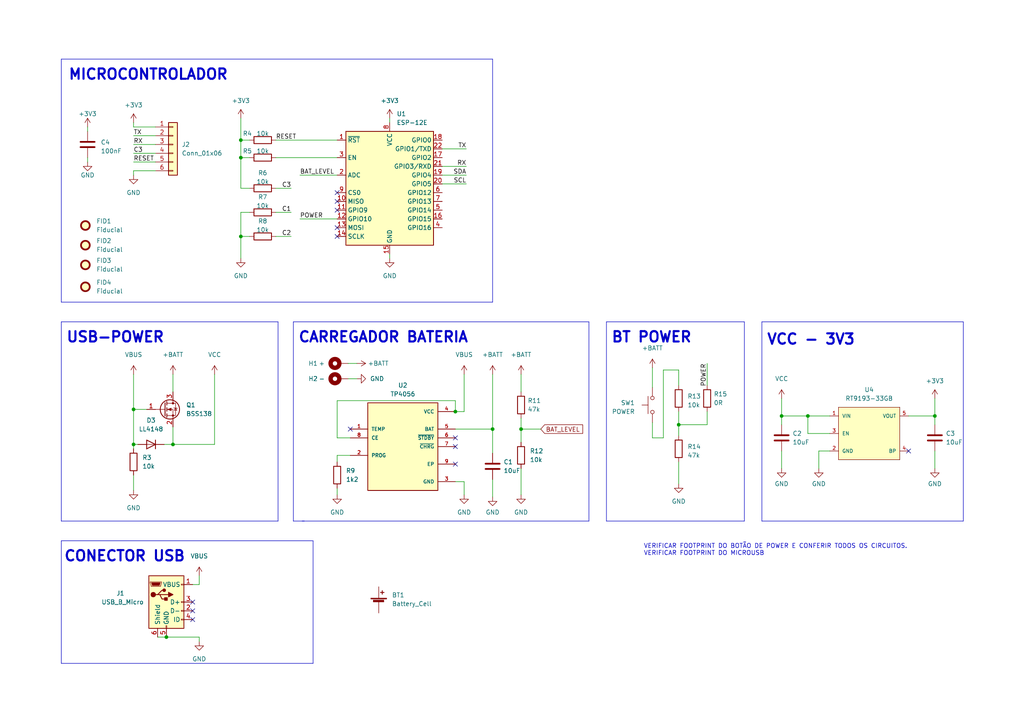
<source format=kicad_sch>
(kicad_sch (version 20230121) (generator eeschema)
  (paper "A4")
  (lib_symbols
    (symbol "Connector:USB_B_Micro" (pin_names (offset 1.016))
      (property "Reference" "J" (at -5.08 11.43 0))
      (property "Value" "USB_B_Micro" (at -5.08 8.89 0))
      (symbol "USB_B_Micro_0_1"
        (rectangle (start -5.08 -7.62) (end 5.08 7.62) (stroke (width 0.254)) (fill (type background)))
        (circle (center -3.81 2.159) (radius 0.635) (stroke (width 0.254)) (fill (type outline)))
        (circle (center -0.635 3.429) (radius 0.381) (stroke (width 0.254)) (fill (type outline)))
        (rectangle (start -0.127 -7.62) (end 0.127 -6.858))
        (polyline (pts (xy -1.905 2.159) (xy 0.635 2.159)) (stroke (width 0.254)))
        (polyline (pts (xy -3.175 2.159) (xy -2.54 2.159) (xy -1.27 3.429) (xy -0.635 3.429)) (stroke (width 0.254)))
        (polyline (pts (xy -2.54 2.159) (xy -1.905 2.159) (xy -1.27 0.889) (xy 0 0.889)) (stroke (width 0.254)))
        (polyline (pts (xy 0.635 2.794) (xy 0.635 1.524) (xy 1.905 2.159) (xy 0.635 2.794)) (stroke (width 0.254)) (fill (type outline)))
        (polyline (pts (xy -4.318 5.588) (xy -1.778 5.588) (xy -2.032 4.826) (xy -4.064 4.826) (xy -4.318 5.588)) (fill (type outline)))
        (polyline (pts (xy -4.699 5.842) (xy -4.699 5.588) (xy -4.445 4.826) (xy -4.445 4.572) (xy -1.651 4.572) (xy -1.651 4.826) (xy -1.397 5.588) (xy -1.397 5.842) (xy -4.699 5.842)))
        (rectangle (start 0.254 1.27) (end -0.508 0.508) (stroke (width 0.254)) (fill (type outline)))
        (rectangle (start 5.08 -5.207) (end 4.318 -4.953))
        (rectangle (start 5.08 -2.667) (end 4.318 -2.413))
        (rectangle (start 5.08 -0.127) (end 4.318 0.127))
        (rectangle (start 5.08 4.953) (end 4.318 5.207))
      )
      (symbol "USB_B_Micro_1_1"
        (pin power_out line (at 7.62 5.08 180) (length 2.54) (name "VBUS") (number "1"))
        (pin bidirectional line (at 7.62 -2.54 180) (length 2.54) (name "D-") (number "2"))
        (pin bidirectional line (at 7.62 0 180) (length 2.54) (name "D+") (number "3"))
        (pin passive line (at 7.62 -5.08 180) (length 2.54) (name "ID") (number "4"))
        (pin power_out line (at 0 -10.16 90) (length 2.54) (name "GND") (number "5"))
        (pin passive line (at -2.54 -10.16 90) (length 2.54) (name "Shield") (number "6"))
      )
    )
    (symbol "Connector_Generic:Conn_01x06" (pin_names (offset 1.016) hide)
      (property "Reference" "J" (at 0 7.62 0))
      (property "Value" "Conn_01x06" (at 0 -10.16 0))
      (symbol "Conn_01x06_1_1"
        (rectangle (start -1.27 -7.493) (end 0 -7.747) (stroke (width 0.1524)))
        (rectangle (start -1.27 -4.953) (end 0 -5.207) (stroke (width 0.1524)))
        (rectangle (start -1.27 -2.413) (end 0 -2.667) (stroke (width 0.1524)))
        (rectangle (start -1.27 0.127) (end 0 -0.127) (stroke (width 0.1524)))
        (rectangle (start -1.27 2.667) (end 0 2.413) (stroke (width 0.1524)))
        (rectangle (start -1.27 5.207) (end 0 4.953) (stroke (width 0.1524)))
        (rectangle (start -1.27 6.35) (end 1.27 -8.89) (stroke (width 0.254)) (fill (type background)))
        (pin passive line (at -5.08 5.08 0) (length 3.81) (name "Pin_1") (number "1"))
        (pin passive line (at -5.08 2.54 0) (length 3.81) (name "Pin_2") (number "2"))
        (pin passive line (at -5.08 0 0) (length 3.81) (name "Pin_3") (number "3"))
        (pin passive line (at -5.08 -2.54 0) (length 3.81) (name "Pin_4") (number "4"))
        (pin passive line (at -5.08 -5.08 0) (length 3.81) (name "Pin_5") (number "5"))
        (pin passive line (at -5.08 -7.62 0) (length 3.81) (name "Pin_6") (number "6"))
      )
    )
    (symbol "Device:Battery_Cell" (pin_numbers hide) (pin_names (offset 0) hide)
      (property "Reference" "BT" (at 2.54 2.54 0))
      (property "Value" "Battery_Cell" (at 2.54 0 0))
      (symbol "Battery_Cell_0_1"
        (rectangle (start -2.286 1.778) (end 2.286 1.524) (fill (type outline)))
        (rectangle (start -1.5748 1.1938) (end 1.4732 0.6858) (fill (type outline)))
        (polyline (pts (xy 0 0.762) (xy 0 0)))
        (polyline (pts (xy 0 1.778) (xy 0 2.54)))
        (polyline (pts (xy 0.508 3.429) (xy 1.524 3.429)) (stroke (width 0.254)))
        (polyline (pts (xy 1.016 3.937) (xy 1.016 2.921)) (stroke (width 0.254)))
      )
      (symbol "Battery_Cell_1_1"
        (pin passive line (at 0 5.08 270) (length 2.54) (name "+") (number "1"))
        (pin passive line (at 0 -2.54 90) (length 2.54) (name "-") (number "2"))
      )
    )
    (symbol "Device:C" (pin_numbers hide) (pin_names (offset 0.254))
      (property "Reference" "C" (at 0.635 2.54 0))
      (property "Value" "C" (at 0.635 -2.54 0))
      (symbol "C_0_1"
        (polyline (pts (xy -2.032 -0.762) (xy 2.032 -0.762)) (stroke (width 0.508)))
        (polyline (pts (xy -2.032 0.762) (xy 2.032 0.762)) (stroke (width 0.508)))
      )
      (symbol "C_1_1"
        (pin passive line (at 0 3.81 270) (length 2.794) (name "~") (number "1"))
        (pin passive line (at 0 -3.81 90) (length 2.794) (name "~") (number "2"))
      )
    )
    (symbol "Device:R" (pin_numbers hide) (pin_names (offset 0))
      (property "Reference" "R" (at 2.032 0 90))
      (property "Value" "R" (at 0 0 90))
      (symbol "R_0_1"
        (rectangle (start -1.016 -2.54) (end 1.016 2.54) (stroke (width 0.254)))
      )
      (symbol "R_1_1"
        (pin passive line (at 0 3.81 270) (length 1.27) (name "~") (number "1"))
        (pin passive line (at 0 -3.81 90) (length 1.27) (name "~") (number "2"))
      )
    )
    (symbol "Diode:LL4148" (pin_numbers hide) (pin_names (offset 1.016) hide)
      (property "Reference" "D" (at 0 2.54 0))
      (property "Value" "LL4148" (at 0 -2.54 0))
      (symbol "LL4148_0_1"
        (polyline (pts (xy -1.27 1.27) (xy -1.27 -1.27)) (stroke (width 0.254)))
        (polyline (pts (xy 1.27 0) (xy -1.27 0)))
        (polyline (pts (xy 1.27 1.27) (xy 1.27 -1.27) (xy -1.27 0) (xy 1.27 1.27)) (stroke (width 0.254)))
      )
      (symbol "LL4148_1_1"
        (pin passive line (at -3.81 0 0) (length 2.54) (name "K") (number "1"))
        (pin passive line (at 3.81 0 180) (length 2.54) (name "A") (number "2"))
      )
    )
    (symbol "Mechanical:Fiducial"
      (property "Reference" "FID" (at 0 5.08 0))
      (property "Value" "Fiducial" (at 0 3.175 0))
      (symbol "Fiducial_0_1"
        (circle (center 0 0) (radius 1.27) (stroke (width 0.508)) (fill (type background)))
      )
    )
    (symbol "Mechanical:MountingHole_Pad" (pin_numbers hide) (pin_names (offset 1.016) hide)
      (property "Reference" "H" (at 0 6.35 0))
      (property "Value" "MountingHole_Pad" (at 0 4.445 0))
      (symbol "MountingHole_Pad_0_1"
        (circle (center 0 1.27) (radius 1.27) (stroke (width 1.27)))
      )
      (symbol "MountingHole_Pad_1_1"
        (pin input line (at 0 -2.54 90) (length 2.54) (name "1") (number "1"))
      )
    )
    (symbol "RF_Module:ESP-12E"
      (property "Reference" "U" (at -12.7 19.05 0))
      (property "Value" "ESP-12E" (at 12.7 19.05 0))
      (symbol "ESP-12E_0_1"
        (rectangle (start -12.7 17.78) (end 12.7 -15.24) (stroke (width 0.254)) (fill (type background)))
      )
      (symbol "ESP-12E_1_1"
        (pin input line (at -15.24 15.24 0) (length 2.54) (name "~{RST}") (number "1"))
        (pin bidirectional line (at -15.24 -2.54 0) (length 2.54) (name "MISO") (number "10"))
        (pin bidirectional line (at -15.24 -5.08 0) (length 2.54) (name "GPIO9") (number "11"))
        (pin bidirectional line (at -15.24 -7.62 0) (length 2.54) (name "GPIO10") (number "12"))
        (pin bidirectional line (at -15.24 -10.16 0) (length 2.54) (name "MOSI") (number "13"))
        (pin bidirectional line (at -15.24 -12.7 0) (length 2.54) (name "SCLK") (number "14"))
        (pin power_in line (at 0 -17.78 90) (length 2.54) (name "GND") (number "15"))
        (pin bidirectional line (at 15.24 -7.62 180) (length 2.54) (name "GPIO15") (number "16"))
        (pin bidirectional line (at 15.24 10.16 180) (length 2.54) (name "GPIO2") (number "17"))
        (pin bidirectional line (at 15.24 15.24 180) (length 2.54) (name "GPIO0") (number "18"))
        (pin bidirectional line (at 15.24 5.08 180) (length 2.54) (name "GPIO4") (number "19"))
        (pin input line (at -15.24 5.08 0) (length 2.54) (name "ADC") (number "2"))
        (pin bidirectional line (at 15.24 2.54 180) (length 2.54) (name "GPIO5") (number "20"))
        (pin bidirectional line (at 15.24 7.62 180) (length 2.54) (name "GPIO3/RXD") (number "21"))
        (pin bidirectional line (at 15.24 12.7 180) (length 2.54) (name "GPIO1/TXD") (number "22"))
        (pin input line (at -15.24 10.16 0) (length 2.54) (name "EN") (number "3"))
        (pin bidirectional line (at 15.24 -10.16 180) (length 2.54) (name "GPIO16") (number "4"))
        (pin bidirectional line (at 15.24 -5.08 180) (length 2.54) (name "GPIO14") (number "5"))
        (pin bidirectional line (at 15.24 0 180) (length 2.54) (name "GPIO12") (number "6"))
        (pin bidirectional line (at 15.24 -2.54 180) (length 2.54) (name "GPIO13") (number "7"))
        (pin power_in line (at 0 20.32 270) (length 2.54) (name "VCC") (number "8"))
        (pin input line (at -15.24 0 0) (length 2.54) (name "CS0") (number "9"))
      )
    )
    (symbol "Switch:SW_Push" (pin_numbers hide) (pin_names (offset 1.016) hide)
      (property "Reference" "SW" (at 1.27 2.54 0))
      (property "Value" "SW_Push" (at 0 -1.524 0))
      (symbol "SW_Push_0_1"
        (circle (center -2.032 0) (radius 0.508))
        (polyline (pts (xy 0 1.27) (xy 0 3.048)))
        (polyline (pts (xy 2.54 1.27) (xy -2.54 1.27)))
        (circle (center 2.032 0) (radius 0.508))
        (pin passive line (at -5.08 0 0) (length 2.54) (name "1") (number "1"))
        (pin passive line (at 5.08 0 180) (length 2.54) (name "2") (number "2"))
      )
    )
    (symbol "Transistor_FET:BSS138" (pin_names hide)
      (property "Reference" "Q" (at 5.08 1.905 0))
      (property "Value" "BSS138" (at 5.08 0 0))
      (symbol "BSS138_0_1"
        (polyline (pts (xy 0.254 0) (xy -2.54 0)))
        (polyline (pts (xy 0.254 1.905) (xy 0.254 -1.905)) (stroke (width 0.254)))
        (polyline (pts (xy 0.762 -1.27) (xy 0.762 -2.286)) (stroke (width 0.254)))
        (polyline (pts (xy 0.762 0.508) (xy 0.762 -0.508)) (stroke (width 0.254)))
        (polyline (pts (xy 0.762 2.286) (xy 0.762 1.27)) (stroke (width 0.254)))
        (polyline (pts (xy 2.54 2.54) (xy 2.54 1.778)))
        (polyline (pts (xy 2.54 -2.54) (xy 2.54 0) (xy 0.762 0)))
        (polyline (pts (xy 0.762 -1.778) (xy 3.302 -1.778) (xy 3.302 1.778) (xy 0.762 1.778)))
        (polyline (pts (xy 1.016 0) (xy 2.032 0.381) (xy 2.032 -0.381) (xy 1.016 0)) (fill (type outline)))
        (polyline (pts (xy 2.794 0.508) (xy 2.921 0.381) (xy 3.683 0.381) (xy 3.81 0.254)))
        (polyline (pts (xy 3.302 0.381) (xy 2.921 -0.254) (xy 3.683 -0.254) (xy 3.302 0.381)))
        (circle (center 1.651 0) (radius 2.794) (stroke (width 0.254)))
        (circle (center 2.54 -1.778) (radius 0.254) (fill (type outline)))
        (circle (center 2.54 1.778) (radius 0.254) (fill (type outline)))
      )
      (symbol "BSS138_1_1"
        (pin input line (at -5.08 0 0) (length 2.54) (name "G") (number "1"))
        (pin passive line (at 2.54 -5.08 90) (length 2.54) (name "S") (number "2"))
        (pin passive line (at 2.54 5.08 270) (length 2.54) (name "D") (number "3"))
      )
    )
    (symbol "componentes_gabriel:RT9193-33GB" (pin_names (offset 1.016))
      (property "Reference" "U" (at 0 5.08 0))
      (property "Value" "RT9193-33GB" (at 0 7.62 0))
      (symbol "RT9193-33GB_1_1"
        (rectangle (start 5.08 2.54) (end 22.86 -12.7) (fill (type background)))
        (pin unspecified line (at 2.54 0 0) (length 2.54) (name "VIN") (number "1"))
        (pin unspecified line (at 2.54 -10.16 0) (length 2.54) (name "GND") (number "2"))
        (pin unspecified line (at 2.54 -5.08 0) (length 2.54) (name "EN") (number "3"))
        (pin unspecified line (at 25.4 -10.16 180) (length 2.54) (name "BP") (number "4"))
        (pin unspecified line (at 25.4 0 180) (length 2.54) (name "VOUT") (number "5"))
      )
    )
    (symbol "componentes_gabriel:TP4056" (pin_names (offset 1.016))
      (property "Reference" "U" (at -10.16 13.208 0))
      (property "Value" "TP4056" (at -10.16 -15.24 0))
      (symbol "TP4056_0_0"
        (rectangle (start -10.16 -12.7) (end 10.16 12.7) (stroke (width 0.254)) (fill (type background)))
        (pin input line (at -15.24 5.08 0) (length 5.08) (name "TEMP") (number "1"))
        (pin bidirectional line (at -15.24 -2.54 0) (length 5.08) (name "PROG") (number "2"))
        (pin power_in line (at 15.24 -10.16 180) (length 5.08) (name "GND") (number "3"))
        (pin power_in line (at 15.24 10.16 180) (length 5.08) (name "VCC") (number "4"))
        (pin output line (at 15.24 5.08 180) (length 5.08) (name "BAT") (number "5"))
        (pin output line (at 15.24 2.54 180) (length 5.08) (name "~{STDBY}") (number "6"))
        (pin output line (at 15.24 0 180) (length 5.08) (name "~{CHRG}") (number "7"))
        (pin input line (at -15.24 2.54 0) (length 5.08) (name "CE") (number "8"))
        (pin passive line (at 15.24 -5.08 180) (length 5.08) (name "EP") (number "9"))
      )
    )
    (symbol "power:+3.3V" (power) (pin_names (offset 0))
      (property "Value" "+3.3V" (at 0 3.556 0))
      (symbol "+3.3V_0_1"
        (polyline (pts (xy -0.762 1.27) (xy 0 2.54)))
        (polyline (pts (xy 0 0) (xy 0 2.54)))
        (polyline (pts (xy 0 2.54) (xy 0.762 1.27)))
      )
      (symbol "+3.3V_1_1"
        (pin power_in line (at 0 0 90) (length 0) hide (name "+3V3") (number "1"))
      )
    )
    (symbol "power:+3V3" (power) (pin_names (offset 0))
      (property "Value" "+3V3" (at 0 3.556 0))
      (symbol "+3V3_0_1"
        (polyline (pts (xy -0.762 1.27) (xy 0 2.54)))
        (polyline (pts (xy 0 0) (xy 0 2.54)))
        (polyline (pts (xy 0 2.54) (xy 0.762 1.27)))
      )
      (symbol "+3V3_1_1"
        (pin power_in line (at 0 0 90) (length 0) hide (name "+3V3") (number "1"))
      )
    )
    (symbol "power:+BATT" (power) (pin_names (offset 0))
      (property "Value" "+BATT" (at 0 3.556 0))
      (symbol "+BATT_0_1"
        (polyline (pts (xy -0.762 1.27) (xy 0 2.54)))
        (polyline (pts (xy 0 0) (xy 0 2.54)))
        (polyline (pts (xy 0 2.54) (xy 0.762 1.27)))
      )
      (symbol "+BATT_1_1"
        (pin power_in line (at 0 0 90) (length 0) hide (name "+BATT") (number "1"))
      )
    )
    (symbol "power:GND" (power) (pin_names (offset 0))
      (property "Value" "GND" (at 0 -3.81 0))
      (symbol "GND_0_1"
        (polyline (pts (xy 0 0) (xy 0 -1.27) (xy 1.27 -1.27) (xy 0 -2.54) (xy -1.27 -1.27) (xy 0 -1.27)))
      )
      (symbol "GND_1_1"
        (pin power_in line (at 0 0 270) (length 0) hide (name "GND") (number "1"))
      )
    )
    (symbol "power:VBUS" (power) (pin_names (offset 0))
      (property "Value" "VBUS" (at 0 3.81 0))
      (symbol "VBUS_0_1"
        (polyline (pts (xy -0.762 1.27) (xy 0 2.54)))
        (polyline (pts (xy 0 0) (xy 0 2.54)))
        (polyline (pts (xy 0 2.54) (xy 0.762 1.27)))
      )
      (symbol "VBUS_1_1"
        (pin power_in line (at 0 0 90) (length 0) hide (name "VBUS") (number "1"))
      )
    )
    (symbol "power:VCC" (power) (pin_names (offset 0))
      (property "Value" "VCC" (at 0 3.81 0))
      (symbol "VCC_0_1"
        (polyline (pts (xy -0.762 1.27) (xy 0 2.54)))
        (polyline (pts (xy 0 0) (xy 0 2.54)))
        (polyline (pts (xy 0 2.54) (xy 0.762 1.27)))
      )
      (symbol "VCC_1_1"
        (pin power_in line (at 0 0 90) (length 0) hide (name "VCC") (number "1"))
      )
    )
  )
  (junction (at 69.85 45.72))
  (junction (at 226.695 120.65))
  (junction (at 196.85 123.19))
  (junction (at 69.85 68.58))
  (junction (at 142.875 124.46))
  (junction (at 132.08 119.38))
  (junction (at 50.165 128.905))
  (junction (at 271.145 120.65))
  (junction (at 151.13 124.46))
  (junction (at 234.315 120.65))
  (junction (at 38.735 118.745))
  (junction (at 48.26 184.785))
  (junction (at 38.735 128.905))
  (junction (at 69.85 40.64))
  (no_connect (at 97.79 58.42))
  (no_connect (at 97.79 68.58))
  (no_connect (at 97.79 66.04))
  (no_connect (at 97.79 55.88))
  (no_connect (at 132.08 127))
  (no_connect (at 132.08 129.54))
  (no_connect (at 132.08 134.62))
  (no_connect (at 101.6 124.46))
  (no_connect (at 97.79 60.96))
  (no_connect (at 55.88 177.165))
  (no_connect (at 55.88 179.705))
  (no_connect (at 55.88 174.625))
  (no_connect (at 263.525 130.81))
  (polyline (pts (xy 215.9 151.13) (xy 215.9 93.345)))
  (wire (pts (xy 226.695 120.65) (xy 234.315 120.65)))
  (wire (pts (xy 196.85 119.38) (xy 196.85 123.19)))
  (wire (pts (xy 189.23 106.68) (xy 189.23 112.395)))
  (wire (pts (xy 57.785 167.005) (xy 57.785 169.545)))
  (wire (pts (xy 271.145 115.57) (xy 271.145 120.65)))
  (polyline (pts (xy 220.98 151.13) (xy 279.4 151.13)))
  (wire (pts (xy 86.995 50.8) (xy 97.79 50.8)))
  (polyline (pts (xy 17.78 17.145) (xy 142.875 17.145)))
  (wire (pts (xy 189.23 127) (xy 189.23 122.555)))
  (polyline (pts (xy 220.98 93.345) (xy 220.98 151.13)))
  (polyline (pts (xy 90.805 156.845) (xy 90.805 192.405)))
  (wire (pts (xy 234.315 125.73) (xy 240.665 125.73)))
  (wire (pts (xy 205.105 105.41) (xy 205.105 111.76)))
  (wire (pts (xy 271.145 123.19) (xy 271.145 120.65)))
  (wire (pts (xy 38.735 41.91) (xy 45.085 41.91)))
  (wire (pts (xy 135.255 50.8) (xy 128.27 50.8)))
  (wire (pts (xy 134.62 143.51) (xy 134.62 139.7)))
  (wire (pts (xy 142.875 108.585) (xy 142.875 124.46)))
  (wire (pts (xy 38.735 49.53) (xy 38.735 50.8)))
  (wire (pts (xy 196.85 107.315) (xy 192.405 107.315)))
  (wire (pts (xy 135.255 48.26) (xy 128.27 48.26)))
  (wire (pts (xy 57.785 184.785) (xy 57.785 186.055)))
  (wire (pts (xy 205.105 119.38) (xy 205.105 123.19)))
  (wire (pts (xy 151.13 121.285) (xy 151.13 124.46)))
  (wire (pts (xy 142.875 124.46) (xy 142.875 131.445)))
  (wire (pts (xy 38.735 118.745) (xy 38.735 128.905)))
  (wire (pts (xy 97.79 127) (xy 97.79 116.205)))
  (wire (pts (xy 84.455 61.595) (xy 80.01 61.595)))
  (wire (pts (xy 69.85 61.595) (xy 72.39 61.595)))
  (wire (pts (xy 134.62 108.585) (xy 134.62 119.38)))
  (polyline (pts (xy 17.78 87.63) (xy 142.875 87.63)))
  (polyline (pts (xy 85.09 93.345) (xy 85.09 151.13)))
  (wire (pts (xy 69.85 54.61) (xy 72.39 54.61)))
  (wire (pts (xy 69.85 45.72) (xy 69.85 54.61)))
  (wire (pts (xy 84.455 68.58) (xy 80.01 68.58)))
  (wire (pts (xy 48.26 184.785) (xy 57.785 184.785)))
  (wire (pts (xy 38.735 36.83) (xy 38.735 35.56)))
  (wire (pts (xy 38.735 108.585) (xy 38.735 118.745)))
  (wire (pts (xy 196.85 111.76) (xy 196.85 107.315)))
  (polyline (pts (xy 17.78 156.845) (xy 90.805 156.845)))
  (wire (pts (xy 142.875 124.46) (xy 132.08 124.46)))
  (polyline (pts (xy 175.895 151.13) (xy 215.9 151.13)))
  (wire (pts (xy 192.405 107.315) (xy 192.405 127)))
  (wire (pts (xy 45.72 184.785) (xy 48.26 184.785)))
  (wire (pts (xy 196.85 133.985) (xy 196.85 140.335)))
  (wire (pts (xy 50.165 108.585) (xy 50.165 113.665)))
  (polyline (pts (xy 142.875 87.63) (xy 142.875 17.145)))
  (wire (pts (xy 97.79 132.08) (xy 101.6 132.08)))
  (wire (pts (xy 80.01 45.72) (xy 97.79 45.72)))
  (wire (pts (xy 151.13 108.585) (xy 151.13 113.665)))
  (wire (pts (xy 196.85 123.19) (xy 196.85 126.365)))
  (wire (pts (xy 97.79 141.605) (xy 97.79 143.51)))
  (wire (pts (xy 134.62 139.7) (xy 132.08 139.7)))
  (wire (pts (xy 69.85 68.58) (xy 72.39 68.58)))
  (polyline (pts (xy 175.895 93.345) (xy 175.895 151.13)))
  (wire (pts (xy 69.85 34.29) (xy 69.85 40.64)))
  (polyline (pts (xy 175.895 93.345) (xy 215.9 93.345)))
  (wire (pts (xy 101.6 127) (xy 97.79 127)))
  (wire (pts (xy 38.735 49.53) (xy 45.085 49.53)))
  (wire (pts (xy 38.735 137.795) (xy 38.735 142.24)))
  (wire (pts (xy 271.145 130.81) (xy 271.145 135.89)))
  (polyline (pts (xy 87.63 151.13) (xy 170.815 151.13)))
  (wire (pts (xy 113.03 73.66) (xy 113.03 74.93)))
  (wire (pts (xy 38.735 128.905) (xy 40.005 128.905)))
  (polyline (pts (xy 279.4 151.13) (xy 279.4 93.345)))
  (wire (pts (xy 196.85 123.19) (xy 205.105 123.19)))
  (wire (pts (xy 113.03 34.29) (xy 113.03 35.56)))
  (wire (pts (xy 151.13 135.89) (xy 151.13 143.51)))
  (polyline (pts (xy 279.4 93.345) (xy 220.98 93.345)))
  (polyline (pts (xy 17.78 17.145) (xy 17.78 87.63)))
  (wire (pts (xy 69.85 40.64) (xy 69.85 45.72)))
  (wire (pts (xy 38.735 46.99) (xy 45.085 46.99)))
  (wire (pts (xy 38.735 36.83) (xy 45.085 36.83)))
  (wire (pts (xy 69.85 68.58) (xy 69.85 61.595)))
  (wire (pts (xy 226.695 130.81) (xy 226.695 135.89)))
  (polyline (pts (xy 17.78 93.345) (xy 80.645 93.345)))
  (wire (pts (xy 142.875 139.065) (xy 142.875 144.145)))
  (wire (pts (xy 50.165 128.905) (xy 50.165 123.825)))
  (wire (pts (xy 38.735 44.45) (xy 45.085 44.45)))
  (wire (pts (xy 135.255 43.18) (xy 128.27 43.18)))
  (wire (pts (xy 86.995 63.5) (xy 97.79 63.5)))
  (wire (pts (xy 25.4 45.72) (xy 25.4 46.99)))
  (wire (pts (xy 132.08 116.205) (xy 132.08 119.38)))
  (wire (pts (xy 38.735 130.175) (xy 38.735 128.905)))
  (wire (pts (xy 97.79 133.985) (xy 97.79 132.08)))
  (wire (pts (xy 151.13 124.46) (xy 156.845 124.46)))
  (wire (pts (xy 132.08 119.38) (xy 134.62 119.38)))
  (wire (pts (xy 38.735 39.37) (xy 45.085 39.37)))
  (wire (pts (xy 237.49 130.81) (xy 237.49 135.89)))
  (wire (pts (xy 69.85 68.58) (xy 69.85 74.93)))
  (wire (pts (xy 100.965 109.855) (xy 103.505 109.855)))
  (wire (pts (xy 84.455 54.61) (xy 80.01 54.61)))
  (wire (pts (xy 100.965 105.41) (xy 103.505 105.41)))
  (wire (pts (xy 240.665 130.81) (xy 237.49 130.81)))
  (wire (pts (xy 97.79 116.205) (xy 132.08 116.205)))
  (wire (pts (xy 69.85 45.72) (xy 72.39 45.72)))
  (wire (pts (xy 226.695 115.57) (xy 226.695 120.65)))
  (wire (pts (xy 234.315 120.65) (xy 234.315 125.73)))
  (polyline (pts (xy 170.815 151.13) (xy 170.815 93.345)))
  (polyline (pts (xy 170.815 93.345) (xy 85.09 93.345)))
  (wire (pts (xy 271.145 120.65) (xy 263.525 120.65)))
  (wire (pts (xy 135.255 53.34) (xy 128.27 53.34)))
  (wire (pts (xy 192.405 127) (xy 189.23 127)))
  (wire (pts (xy 234.315 120.65) (xy 240.665 120.65)))
  (wire (pts (xy 69.85 40.64) (xy 72.39 40.64)))
  (polyline (pts (xy 17.78 156.845) (xy 17.78 192.405)))
  (wire (pts (xy 47.625 128.905) (xy 50.165 128.905)))
  (polyline (pts (xy 17.78 151.13) (xy 80.645 151.13)))
  (polyline (pts (xy 85.09 151.13) (xy 88.265 151.13)))
  (wire (pts (xy 62.23 108.585) (xy 62.23 128.905)))
  (wire (pts (xy 42.545 118.745) (xy 38.735 118.745)))
  (polyline (pts (xy 17.78 93.345) (xy 17.78 151.13)))
  (wire (pts (xy 226.695 123.19) (xy 226.695 120.65)))
  (polyline (pts (xy 80.645 151.13) (xy 80.645 93.345)))
  (polyline (pts (xy 90.805 192.405) (xy 17.78 192.405)))
  (wire (pts (xy 57.785 169.545) (xy 55.88 169.545)))
  (wire (pts (xy 25.4 36.83) (xy 25.4 38.1)))
  (wire (pts (xy 62.23 128.905) (xy 50.165 128.905)))
  (wire (pts (xy 151.13 124.46) (xy 151.13 128.27)))
  (wire (pts (xy 80.01 40.64) (xy 97.79 40.64)))
  (text "USB-POWER" (at 19.05 99.695 0) (effects (font (size 3 3) (thickness 0.6) bold) (justify left bottom)))
  (text "VCC - 3V3" (at 222.25 100.33 0) (effects (font (size 3 3) bold) (justify left bottom)))
  (text "CONECTOR USB" (at 18.415 163.195 0) (effects (font (size 3 3) bold) (justify left bottom)))
  (text "MICROCONTROLADOR" (at 19.685 23.495 0) (effects (font (size 3 3) (thickness 0.6) bold) (justify left bottom)))
  (text "BT POWER" (at 177.165 99.695 0) (effects (font (size 3 3) bold) (justify left bottom)))
  (text "VERIFICAR FOOTPRINT DO BOTÃO DE POWER E CONFERIR TODOS OS CIRCUITOS.\nVERIFICAR FOOTPRINT DO MICROUSB" (at 186.69 161.29 0) (effects (font (size 1.27 1.27)) (justify left bottom)))
  (text "CARREGADOR BATERIA" (at 86.36 99.695 0) (effects (font (size 3 3) bold) (justify left bottom)))
  (label "RX" (at 38.735 41.91 0))
  (label "SCL" (at 135.255 53.34 180))
  (label "C2" (at 84.455 68.58 180))
  (label "RX" (at 135.255 48.26 180))
  (label "POWER" (at 205.105 105.41 270))
  (label "C3" (at 38.735 44.45 0))
  (label "C3" (at 84.455 54.61 180))
  (label "POWER" (at 86.995 63.5 0))
  (label "BAT_LEVEL" (at 86.995 50.8 0))
  (label "C1" (at 84.455 61.595 180))
  (label "SDA" (at 135.255 50.8 180))
  (label "RESET" (at 80.01 40.64 0))
  (label "RESET" (at 38.735 46.99 0))
  (label "TX" (at 135.255 43.18 180))
  (label "TX" (at 38.735 39.37 0))
  (global_label "BAT_LEVEL" (shape input) (at 156.845 124.46 0) (property "Intersheetrefs" "${INTERSHEET_REFS}" (effects hide)))
  (symbol (lib_id "Connector_Generic:Conn_01x06") (at 50.165 41.91 0) (unit 1)
    (property "Reference" "J2" (at 52.705 41.9099 0) (effects (justify left)))
    (property "Value" "Conn_01x06" (at 52.705 44.4499 0) (effects (justify left)))
    (property "Footprint" "Connector_PinHeader_2.54mm:PinHeader_1x06_P2.54mm_Vertical" (effects hide))
  )
  (symbol (lib_id "power:GND") (at 57.785 186.055 0) (unit 1)
    (property "Reference" "#PWR08" (effects hide))
    (property "Value" "GND" (at 57.785 191.135 0))
  )
  (symbol (lib_id "power:GND") (at 151.13 143.51 0) (unit 1)
    (property "Reference" "#PWR025" (effects hide))
    (property "Value" "GND" (at 151.13 148.59 0))
  )
  (symbol (lib_id "Device:R") (at 76.2 54.61 90) (unit 1)
    (property "Reference" "R6" (at 76.2 50.165 90))
    (property "Value" "10k" (at 76.2 52.705 90))
    (property "Footprint" "Resistor_SMD:R_0805_2012Metric_Pad1.20x1.40mm_HandSolder" (effects hide))
  )
  (symbol (lib_id "power:GND") (at 142.875 144.145 0) (unit 1)
    (property "Reference" "#PWR023" (effects hide))
    (property "Value" "GND" (at 142.875 148.59 0))
  )
  (symbol (lib_id "Device:C") (at 226.695 127 0) (unit 1)
    (property "Reference" "C2" (at 229.87 125.7299 0) (effects (justify left)))
    (property "Value" "10uF" (at 229.87 128.2699 0) (effects (justify left)))
    (property "Footprint" "Capacitor_SMD:C_0805_2012Metric_Pad1.18x1.45mm_HandSolder" (effects hide))
  )
  (symbol (lib_id "Device:R") (at 76.2 40.64 90) (unit 1)
    (property "Reference" "R4" (at 71.755 38.735 90))
    (property "Value" "10k" (at 76.2 38.735 90))
    (property "Footprint" "Resistor_SMD:R_0805_2012Metric_Pad1.20x1.40mm_HandSolder" (effects hide))
  )
  (symbol (lib_id "power:GND") (at 134.62 143.51 0) (unit 1)
    (property "Reference" "#PWR021" (effects hide))
    (property "Value" "GND" (at 134.62 148.59 0))
  )
  (symbol (lib_id "componentes_gabriel:TP4056") (at 116.84 129.54 0) (unit 1)
    (property "Reference" "U2" (at 116.84 111.76 0))
    (property "Value" "TP4056" (at 116.84 114.3 0))
    (property "Footprint" "SOP127P600X175-9N" (effects hide))
    (property "STANDARD" "IPC 7351B" (effects hide))
    (property "MAXIMUM_PACKAGE_HEIGHT" "1.75mm" (effects hide))
    (property "MANUFACTURER" "NanJing Top Power ASIC Corp." (effects hide))
  )
  (symbol (lib_id "Mechanical:Fiducial") (at 24.765 65.405 0) (unit 1)
    (property "Reference" "FID1" (at 27.94 64.1349 0) (effects (justify left)))
    (property "Value" "Fiducial" (at 27.94 66.6749 0) (effects (justify left)))
    (property "Footprint" "Fiducial:Fiducial_1.5mm_Mask3mm" (effects hide))
  )
  (symbol (lib_id "RF_Module:ESP-12E") (at 113.03 55.88 0) (unit 1)
    (property "Reference" "U1" (at 115.0494 33.02 0) (effects (justify left)))
    (property "Value" "ESP-12E" (at 115.0494 35.56 0) (effects (justify left)))
    (property "Footprint" "RF_Module:ESP-12E" (effects hide))
    (property "Datasheet" "http://wiki.ai-thinker.com/_media/esp8266/esp8266_series_modules_user_manual_v1.1.pdf" (effects hide))
  )
  (symbol (lib_id "Mechanical:Fiducial") (at 24.765 76.835 0) (unit 1)
    (property "Reference" "FID3" (at 27.94 75.5649 0) (effects (justify left)))
    (property "Value" "Fiducial" (at 27.94 78.1049 0) (effects (justify left)))
    (property "Footprint" "Fiducial:Fiducial_1.5mm_Mask3mm" (effects hide))
  )
  (symbol (lib_id "power:+3V3") (at 271.145 115.57 0) (unit 1)
    (property "Reference" "#PWR031" (effects hide))
    (property "Value" "+3V3" (at 271.145 110.49 0))
  )
  (symbol (lib_id "power:+3.3V") (at 113.03 34.29 0) (unit 1)
    (property "Reference" "#PWR016" (effects hide))
    (property "Value" "+3.3V" (at 113.03 29.21 0))
  )
  (symbol (lib_id "power:VCC") (at 62.23 108.585 0) (unit 1)
    (property "Reference" "#PWR012" (effects hide))
    (property "Value" "VCC" (at 62.23 102.87 0))
  )
  (symbol (lib_id "power:GND") (at 25.4 46.99 0) (unit 1)
    (property "Reference" "#PWR02" (effects hide))
    (property "Value" "GND" (at 25.4 50.8 0))
  )
  (symbol (lib_id "Device:R") (at 205.105 115.57 0) (unit 1)
    (property "Reference" "R15" (at 207.01 114.2999 0) (effects (justify left)))
    (property "Value" "0R" (at 207.01 116.8399 0) (effects (justify left)))
    (property "Footprint" "Resistor_SMD:R_0805_2012Metric_Pad1.20x1.40mm_HandSolder" (effects hide))
  )
  (symbol (lib_id "power:VBUS") (at 57.785 167.005 0) (unit 1)
    (property "Reference" "#PWR07" (effects hide))
    (property "Value" "VBUS" (at 57.785 161.29 0))
  )
  (symbol (lib_id "power:GND") (at 226.695 135.89 0) (unit 1)
    (property "Reference" "#PWR029" (effects hide))
    (property "Value" "GND" (at 226.695 140.335 0))
  )
  (symbol (lib_id "Device:R") (at 196.85 130.175 0) (unit 1)
    (property "Reference" "R14" (at 199.39 129.54 0) (effects (justify left)))
    (property "Value" "47k" (at 199.39 132.08 0) (effects (justify left)))
    (property "Footprint" "Resistor_SMD:R_0805_2012Metric_Pad1.20x1.40mm_HandSolder" (effects hide))
  )
  (symbol (lib_id "Device:R") (at 76.2 61.595 90) (unit 1)
    (property "Reference" "R7" (at 76.2 57.15 90))
    (property "Value" "10k" (at 76.2 59.69 90))
    (property "Footprint" "Resistor_SMD:R_0805_2012Metric_Pad1.20x1.40mm_HandSolder" (effects hide))
  )
  (symbol (lib_id "power:+BATT") (at 142.875 108.585 0) (unit 1)
    (property "Reference" "#PWR022" (effects hide))
    (property "Value" "+BATT" (at 142.875 102.87 0))
  )
  (symbol (lib_id "power:GND") (at 237.49 135.89 0) (unit 1)
    (property "Reference" "#PWR030" (effects hide))
    (property "Value" "GND" (at 237.49 140.335 0))
  )
  (symbol (lib_id "Device:R") (at 151.13 132.08 0) (unit 1)
    (property "Reference" "R12" (at 153.67 130.8099 0) (effects (justify left)))
    (property "Value" "10k" (at 153.67 133.3499 0) (effects (justify left)))
    (property "Footprint" "Resistor_SMD:R_0805_2012Metric_Pad1.20x1.40mm_HandSolder" (effects hide))
  )
  (symbol (lib_id "power:+BATT") (at 189.23 106.68 0) (unit 1)
    (property "Reference" "#PWR026" (effects hide))
    (property "Value" "+BATT" (at 189.23 100.965 0))
  )
  (symbol (lib_id "power:GND") (at 97.79 143.51 0) (unit 1)
    (property "Reference" "#PWR013" (effects hide))
    (property "Value" "GND" (at 97.79 148.59 0))
  )
  (symbol (lib_id "Diode:LL4148") (at 43.815 128.905 180) (unit 1)
    (property "Reference" "D3" (at 43.815 121.92 0))
    (property "Value" "LL4148" (at 43.815 124.46 0))
    (property "Footprint" "Diode_SMD:D_MiniMELF" (effects hide))
    (property "Datasheet" "http://www.vishay.com/docs/85557/ll4148.pdf" (effects hide))
  )
  (symbol (lib_id "power:GND") (at 271.145 135.89 0) (unit 1)
    (property "Reference" "#PWR032" (effects hide))
    (property "Value" "GND" (at 271.145 140.335 0))
  )
  (symbol (lib_id "power:+3.3V") (at 69.85 34.29 0) (unit 1)
    (property "Reference" "#PWR010" (effects hide))
    (property "Value" "+3.3V" (at 69.85 29.21 0))
  )
  (symbol (lib_id "Device:R") (at 76.2 68.58 90) (unit 1)
    (property "Reference" "R8" (at 76.2 64.135 90))
    (property "Value" "10k" (at 76.2 66.675 90))
    (property "Footprint" "Resistor_SMD:R_0805_2012Metric_Pad1.20x1.40mm_HandSolder" (effects hide))
  )
  (symbol (lib_id "Connector:USB_B_Micro") (at 48.26 174.625 0) (unit 1)
    (property "Reference" "J1" (at 34.925 172.085 0))
    (property "Value" "USB_B_Micro" (at 35.56 174.625 0))
    (property "Footprint" "componentes_gabriel:MICRO_USB" (effects hide))
  )
  (symbol (lib_id "Device:R") (at 38.735 133.985 0) (unit 1)
    (property "Reference" "R3" (at 41.275 132.7149 0) (effects (justify left)))
    (property "Value" "10k" (at 41.275 135.2549 0) (effects (justify left)))
    (property "Footprint" "Resistor_SMD:R_0805_2012Metric_Pad1.20x1.40mm_HandSolder" (effects hide))
  )
  (symbol (lib_id "power:GND") (at 38.735 142.24 0) (unit 1)
    (property "Reference" "#PWR06" (effects hide))
    (property "Value" "GND" (at 38.735 147.32 0))
  )
  (symbol (lib_id "Device:Battery_Cell") (at 109.855 175.26 0) (unit 1)
    (property "Reference" "BT1" (at 113.665 172.593 0) (effects (justify left)))
    (property "Value" "Battery_Cell" (at 113.665 175.133 0) (effects (justify left)))
  )
  (symbol (lib_id "Device:R") (at 196.85 115.57 0) (unit 1)
    (property "Reference" "R13" (at 199.39 114.935 0) (effects (justify left)))
    (property "Value" "10k" (at 199.39 117.475 0) (effects (justify left)))
    (property "Footprint" "Resistor_SMD:R_0805_2012Metric_Pad1.20x1.40mm_HandSolder" (effects hide))
  )
  (symbol (lib_id "power:+BATT") (at 50.165 108.585 0) (unit 1)
    (property "Reference" "#PWR09" (effects hide))
    (property "Value" "+BATT" (at 50.165 102.87 0))
  )
  (symbol (lib_id "power:+3.3V") (at 25.4 36.83 0) (unit 1)
    (property "Reference" "#PWR01" (effects hide))
    (property "Value" "+3.3V" (at 25.4 33.02 0))
  )
  (symbol (lib_id "power:GND") (at 113.03 74.93 0) (unit 1)
    (property "Reference" "#PWR017" (effects hide))
    (property "Value" "GND" (at 113.03 80.01 0))
  )
  (symbol (lib_id "Switch:SW_Push") (at 189.23 117.475 90) (unit 1)
    (property "Reference" "SW1" (at 184.15 116.84 90) (effects (justify left)))
    (property "Value" "POWER" (at 184.15 119.38 90) (effects (justify left)))
    (property "Footprint" "Button_Switch_SMD:SW_SPST_PTS645" (effects hide))
  )
  (symbol (lib_id "Device:R") (at 151.13 117.475 0) (unit 1)
    (property "Reference" "R11" (at 153.035 116.2049 0) (effects (justify left)))
    (property "Value" "47k" (at 153.035 118.7449 0) (effects (justify left)))
    (property "Footprint" "Resistor_SMD:R_0805_2012Metric_Pad1.20x1.40mm_HandSolder" (effects hide))
  )
  (symbol (lib_id "Device:C") (at 142.875 135.255 0) (unit 1)
    (property "Reference" "C1" (at 146.05 133.9849 0) (effects (justify left)))
    (property "Value" "10uF" (at 146.05 136.5249 0) (effects (justify left)))
    (property "Footprint" "Capacitor_SMD:C_0805_2012Metric_Pad1.18x1.45mm_HandSolder" (effects hide))
  )
  (symbol (lib_id "power:GND") (at 196.85 140.335 0) (unit 1)
    (property "Reference" "#PWR027" (effects hide))
    (property "Value" "GND" (at 196.85 145.415 0))
  )
  (symbol (lib_id "power:VCC") (at 226.695 115.57 0) (unit 1)
    (property "Reference" "#PWR028" (effects hide))
    (property "Value" "VCC" (at 226.695 109.855 0))
  )
  (symbol (lib_id "power:VBUS") (at 38.735 108.585 0) (unit 1)
    (property "Reference" "#PWR05" (effects hide))
    (property "Value" "VBUS" (at 38.735 102.87 0))
  )
  (symbol (lib_id "power:+BATT") (at 151.13 108.585 0) (unit 1)
    (property "Reference" "#PWR024" (effects hide))
    (property "Value" "+BATT" (at 151.13 102.87 0))
  )
  (symbol (lib_id "power:GND") (at 69.85 74.93 0) (unit 1)
    (property "Reference" "#PWR011" (effects hide))
    (property "Value" "GND" (at 69.85 80.01 0))
  )
  (symbol (lib_id "Mechanical:Fiducial") (at 24.765 83.185 0) (unit 1)
    (property "Reference" "FID4" (at 27.94 81.9149 0) (effects (justify left)))
    (property "Value" "Fiducial" (at 27.94 84.4549 0) (effects (justify left)))
    (property "Footprint" "Fiducial:Fiducial_1.5mm_Mask3mm" (effects hide))
  )
  (symbol (lib_id "Device:C") (at 25.4 41.91 0) (unit 1)
    (property "Reference" "C4" (at 29.21 41.275 0) (effects (justify left)))
    (property "Value" "100nF" (at 29.21 43.815 0) (effects (justify left)))
    (property "Footprint" "Capacitor_SMD:C_0805_2012Metric_Pad1.18x1.45mm_HandSolder" (effects hide))
  )
  (symbol (lib_id "Mechanical:MountingHole_Pad") (at 98.425 105.41 90) (unit 1)
    (property "Reference" "H1" (at 90.805 105.41 90))
    (property "Value" "+" (at 93.345 105.41 90))
    (property "Footprint" "Connector_Pin:Pin_D1.0mm_L10.0mm" (effects hide))
  )
  (symbol (lib_id "power:GND") (at 103.505 109.855 90) (unit 1)
    (property "Reference" "#PWR015" (effects hide))
    (property "Value" "GND" (at 107.315 109.8549 90) (effects (justify right)))
  )
  (symbol (lib_id "power:VBUS") (at 134.62 108.585 0) (unit 1)
    (property "Reference" "#PWR020" (effects hide))
    (property "Value" "VBUS" (at 134.62 102.87 0))
  )
  (symbol (lib_id "power:+3.3V") (at 38.735 35.56 0) (unit 1)
    (property "Reference" "#PWR03" (effects hide))
    (property "Value" "+3.3V" (at 38.735 30.48 0))
  )
  (symbol (lib_id "Mechanical:Fiducial") (at 24.765 71.12 0) (unit 1)
    (property "Reference" "FID2" (at 27.94 69.8499 0) (effects (justify left)))
    (property "Value" "Fiducial" (at 27.94 72.3899 0) (effects (justify left)))
    (property "Footprint" "Fiducial:Fiducial_1.5mm_Mask3mm" (effects hide))
  )
  (symbol (lib_id "Device:C") (at 271.145 127 0) (unit 1)
    (property "Reference" "C3" (at 274.32 125.7299 0) (effects (justify left)))
    (property "Value" "10uF" (at 274.32 128.2699 0) (effects (justify left)))
    (property "Footprint" "Capacitor_SMD:C_0805_2012Metric_Pad1.18x1.45mm_HandSolder" (effects hide))
  )
  (symbol (lib_id "Device:R") (at 97.79 137.795 0) (unit 1)
    (property "Reference" "R9" (at 100.33 136.5249 0) (effects (justify left)))
    (property "Value" "1k2" (at 100.33 139.0649 0) (effects (justify left)))
    (property "Footprint" "Resistor_SMD:R_0805_2012Metric_Pad1.20x1.40mm_HandSolder" (effects hide))
  )
  (symbol (lib_id "Transistor_FET:BSS138") (at 47.625 118.745 0) (unit 1)
    (property "Reference" "Q1" (at 53.975 117.4749 0) (effects (justify left)))
    (property "Value" "BSS138" (at 53.975 120.0149 0) (effects (justify left)))
    (property "Footprint" "Package_TO_SOT_SMD:SOT-23" (effects hide))
    (property "Datasheet" "https://www.onsemi.com/pub/Collateral/BSS138-D.PDF" (effects hide))
  )
  (symbol (lib_id "Device:R") (at 76.2 45.72 90) (unit 1)
    (property "Reference" "R5" (at 71.755 43.815 90))
    (property "Value" "10k" (at 76.2 43.815 90))
    (property "Footprint" "Resistor_SMD:R_0805_2012Metric_Pad1.20x1.40mm_HandSolder" (effects hide))
  )
  (symbol (lib_id "Mechanical:MountingHole_Pad") (at 98.425 109.855 90) (unit 1)
    (property "Reference" "H2" (at 90.805 109.855 90))
    (property "Value" "-" (at 93.345 109.855 90))
    (property "Footprint" "Connector_Pin:Pin_D1.0mm_L10.0mm" (effects hide))
  )
  (symbol (lib_id "componentes_gabriel:RT9193-33GB") (at 238.125 120.65 0) (unit 1)
    (property "Reference" "U4" (at 252.095 113.03 0))
    (property "Value" "RT9193-33GB" (at 252.095 115.57 0))
    (property "Footprint" "componentes_gabriel:Richtek-RT9193-33GB-0" (effects hide))
    (property "Datasheet" "http://www.richtek.com/assets/product_file/RT9193/DS9193-17.pdf" (effects hide))
    (property "Current - Output" "300mA" (effects hide))
    (property "PSRR" "70dB ~{} 50dB (100Hz ~{} 10kHz)" (effects hide))
    (property "Voltage - Output (Min/Fixed)" "3.3V" (effects hide))
    (property "category" "IC" (effects hide))
    (property "digikey description" "IC REG LINEAR 3.3V 300MA SOT23-5" (effects hide))
    (property "digikey part number" "1028-1014-1-ND" (effects hide))
    (property "lead free" "yes" (effects hide))
    (property "library id" "d4c7eae38742edda" (effects hide))
    (property "manufacturer" "Richtek" (effects hide))
    (property "package" "SOT23-5" (effects hide))
    (property "rohs" "yes" (effects hide))
    (property "temperature range high" "+85°C" (effects hide))
    (property "temperature range low" "-45°C" (effects hide))
  )
  (symbol (lib_id "power:+BATT") (at 103.505 105.41 270) (unit 1)
    (property "Reference" "#PWR014" (effects hide))
    (property "Value" "+BATT" (at 106.68 105.4099 90) (effects (justify left)))
  )
  (symbol (lib_id "power:GND") (at 38.735 50.8 0) (unit 1)
    (property "Reference" "#PWR04" (effects hide))
    (property "Value" "GND" (at 38.735 55.88 0))
  )
)
</source>
